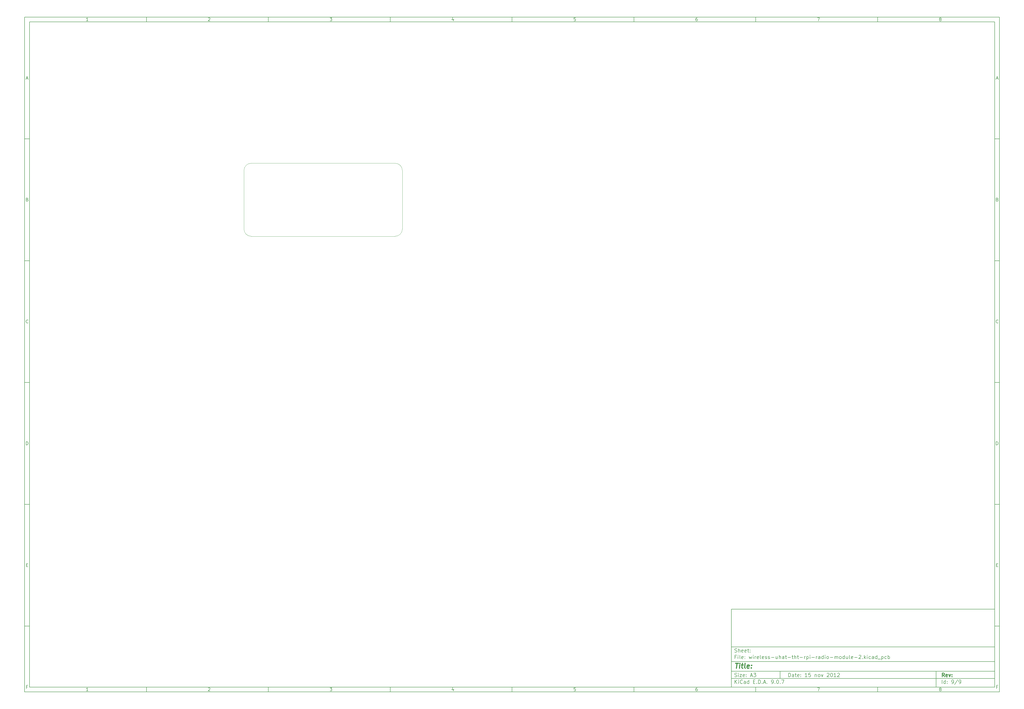
<source format=gm1>
G04 #@! TF.GenerationSoftware,KiCad,Pcbnew,9.0.7*
G04 #@! TF.CreationDate,2026-02-19T11:55:31-06:00*
G04 #@! TF.ProjectId,wireless-uhat-tht-rpi-radio-module-2,77697265-6c65-4737-932d-756861742d74,rev?*
G04 #@! TF.SameCoordinates,Original*
G04 #@! TF.FileFunction,Profile,NP*
%FSLAX46Y46*%
G04 Gerber Fmt 4.6, Leading zero omitted, Abs format (unit mm)*
G04 Created by KiCad (PCBNEW 9.0.7) date 2026-02-19 11:55:31*
%MOMM*%
%LPD*%
G01*
G04 APERTURE LIST*
%ADD10C,0.100000*%
%ADD11C,0.150000*%
%ADD12C,0.300000*%
%ADD13C,0.400000*%
G04 #@! TA.AperFunction,Profile*
%ADD14C,0.100000*%
G04 #@! TD*
G04 APERTURE END LIST*
D10*
D11*
X299989000Y-253002200D02*
X407989000Y-253002200D01*
X407989000Y-285002200D01*
X299989000Y-285002200D01*
X299989000Y-253002200D01*
D10*
D11*
X10000000Y-10000000D02*
X409989000Y-10000000D01*
X409989000Y-287002200D01*
X10000000Y-287002200D01*
X10000000Y-10000000D01*
D10*
D11*
X12000000Y-12000000D02*
X407989000Y-12000000D01*
X407989000Y-285002200D01*
X12000000Y-285002200D01*
X12000000Y-12000000D01*
D10*
D11*
X60000000Y-12000000D02*
X60000000Y-10000000D01*
D10*
D11*
X110000000Y-12000000D02*
X110000000Y-10000000D01*
D10*
D11*
X160000000Y-12000000D02*
X160000000Y-10000000D01*
D10*
D11*
X210000000Y-12000000D02*
X210000000Y-10000000D01*
D10*
D11*
X260000000Y-12000000D02*
X260000000Y-10000000D01*
D10*
D11*
X310000000Y-12000000D02*
X310000000Y-10000000D01*
D10*
D11*
X360000000Y-12000000D02*
X360000000Y-10000000D01*
D10*
D11*
X36089160Y-11593604D02*
X35346303Y-11593604D01*
X35717731Y-11593604D02*
X35717731Y-10293604D01*
X35717731Y-10293604D02*
X35593922Y-10479319D01*
X35593922Y-10479319D02*
X35470112Y-10603128D01*
X35470112Y-10603128D02*
X35346303Y-10665033D01*
D10*
D11*
X85346303Y-10417414D02*
X85408207Y-10355509D01*
X85408207Y-10355509D02*
X85532017Y-10293604D01*
X85532017Y-10293604D02*
X85841541Y-10293604D01*
X85841541Y-10293604D02*
X85965350Y-10355509D01*
X85965350Y-10355509D02*
X86027255Y-10417414D01*
X86027255Y-10417414D02*
X86089160Y-10541223D01*
X86089160Y-10541223D02*
X86089160Y-10665033D01*
X86089160Y-10665033D02*
X86027255Y-10850747D01*
X86027255Y-10850747D02*
X85284398Y-11593604D01*
X85284398Y-11593604D02*
X86089160Y-11593604D01*
D10*
D11*
X135284398Y-10293604D02*
X136089160Y-10293604D01*
X136089160Y-10293604D02*
X135655826Y-10788842D01*
X135655826Y-10788842D02*
X135841541Y-10788842D01*
X135841541Y-10788842D02*
X135965350Y-10850747D01*
X135965350Y-10850747D02*
X136027255Y-10912652D01*
X136027255Y-10912652D02*
X136089160Y-11036461D01*
X136089160Y-11036461D02*
X136089160Y-11345985D01*
X136089160Y-11345985D02*
X136027255Y-11469795D01*
X136027255Y-11469795D02*
X135965350Y-11531700D01*
X135965350Y-11531700D02*
X135841541Y-11593604D01*
X135841541Y-11593604D02*
X135470112Y-11593604D01*
X135470112Y-11593604D02*
X135346303Y-11531700D01*
X135346303Y-11531700D02*
X135284398Y-11469795D01*
D10*
D11*
X185965350Y-10726938D02*
X185965350Y-11593604D01*
X185655826Y-10231700D02*
X185346303Y-11160271D01*
X185346303Y-11160271D02*
X186151064Y-11160271D01*
D10*
D11*
X236027255Y-10293604D02*
X235408207Y-10293604D01*
X235408207Y-10293604D02*
X235346303Y-10912652D01*
X235346303Y-10912652D02*
X235408207Y-10850747D01*
X235408207Y-10850747D02*
X235532017Y-10788842D01*
X235532017Y-10788842D02*
X235841541Y-10788842D01*
X235841541Y-10788842D02*
X235965350Y-10850747D01*
X235965350Y-10850747D02*
X236027255Y-10912652D01*
X236027255Y-10912652D02*
X236089160Y-11036461D01*
X236089160Y-11036461D02*
X236089160Y-11345985D01*
X236089160Y-11345985D02*
X236027255Y-11469795D01*
X236027255Y-11469795D02*
X235965350Y-11531700D01*
X235965350Y-11531700D02*
X235841541Y-11593604D01*
X235841541Y-11593604D02*
X235532017Y-11593604D01*
X235532017Y-11593604D02*
X235408207Y-11531700D01*
X235408207Y-11531700D02*
X235346303Y-11469795D01*
D10*
D11*
X285965350Y-10293604D02*
X285717731Y-10293604D01*
X285717731Y-10293604D02*
X285593922Y-10355509D01*
X285593922Y-10355509D02*
X285532017Y-10417414D01*
X285532017Y-10417414D02*
X285408207Y-10603128D01*
X285408207Y-10603128D02*
X285346303Y-10850747D01*
X285346303Y-10850747D02*
X285346303Y-11345985D01*
X285346303Y-11345985D02*
X285408207Y-11469795D01*
X285408207Y-11469795D02*
X285470112Y-11531700D01*
X285470112Y-11531700D02*
X285593922Y-11593604D01*
X285593922Y-11593604D02*
X285841541Y-11593604D01*
X285841541Y-11593604D02*
X285965350Y-11531700D01*
X285965350Y-11531700D02*
X286027255Y-11469795D01*
X286027255Y-11469795D02*
X286089160Y-11345985D01*
X286089160Y-11345985D02*
X286089160Y-11036461D01*
X286089160Y-11036461D02*
X286027255Y-10912652D01*
X286027255Y-10912652D02*
X285965350Y-10850747D01*
X285965350Y-10850747D02*
X285841541Y-10788842D01*
X285841541Y-10788842D02*
X285593922Y-10788842D01*
X285593922Y-10788842D02*
X285470112Y-10850747D01*
X285470112Y-10850747D02*
X285408207Y-10912652D01*
X285408207Y-10912652D02*
X285346303Y-11036461D01*
D10*
D11*
X335284398Y-10293604D02*
X336151064Y-10293604D01*
X336151064Y-10293604D02*
X335593922Y-11593604D01*
D10*
D11*
X385593922Y-10850747D02*
X385470112Y-10788842D01*
X385470112Y-10788842D02*
X385408207Y-10726938D01*
X385408207Y-10726938D02*
X385346303Y-10603128D01*
X385346303Y-10603128D02*
X385346303Y-10541223D01*
X385346303Y-10541223D02*
X385408207Y-10417414D01*
X385408207Y-10417414D02*
X385470112Y-10355509D01*
X385470112Y-10355509D02*
X385593922Y-10293604D01*
X385593922Y-10293604D02*
X385841541Y-10293604D01*
X385841541Y-10293604D02*
X385965350Y-10355509D01*
X385965350Y-10355509D02*
X386027255Y-10417414D01*
X386027255Y-10417414D02*
X386089160Y-10541223D01*
X386089160Y-10541223D02*
X386089160Y-10603128D01*
X386089160Y-10603128D02*
X386027255Y-10726938D01*
X386027255Y-10726938D02*
X385965350Y-10788842D01*
X385965350Y-10788842D02*
X385841541Y-10850747D01*
X385841541Y-10850747D02*
X385593922Y-10850747D01*
X385593922Y-10850747D02*
X385470112Y-10912652D01*
X385470112Y-10912652D02*
X385408207Y-10974557D01*
X385408207Y-10974557D02*
X385346303Y-11098366D01*
X385346303Y-11098366D02*
X385346303Y-11345985D01*
X385346303Y-11345985D02*
X385408207Y-11469795D01*
X385408207Y-11469795D02*
X385470112Y-11531700D01*
X385470112Y-11531700D02*
X385593922Y-11593604D01*
X385593922Y-11593604D02*
X385841541Y-11593604D01*
X385841541Y-11593604D02*
X385965350Y-11531700D01*
X385965350Y-11531700D02*
X386027255Y-11469795D01*
X386027255Y-11469795D02*
X386089160Y-11345985D01*
X386089160Y-11345985D02*
X386089160Y-11098366D01*
X386089160Y-11098366D02*
X386027255Y-10974557D01*
X386027255Y-10974557D02*
X385965350Y-10912652D01*
X385965350Y-10912652D02*
X385841541Y-10850747D01*
D10*
D11*
X60000000Y-285002200D02*
X60000000Y-287002200D01*
D10*
D11*
X110000000Y-285002200D02*
X110000000Y-287002200D01*
D10*
D11*
X160000000Y-285002200D02*
X160000000Y-287002200D01*
D10*
D11*
X210000000Y-285002200D02*
X210000000Y-287002200D01*
D10*
D11*
X260000000Y-285002200D02*
X260000000Y-287002200D01*
D10*
D11*
X310000000Y-285002200D02*
X310000000Y-287002200D01*
D10*
D11*
X360000000Y-285002200D02*
X360000000Y-287002200D01*
D10*
D11*
X36089160Y-286595804D02*
X35346303Y-286595804D01*
X35717731Y-286595804D02*
X35717731Y-285295804D01*
X35717731Y-285295804D02*
X35593922Y-285481519D01*
X35593922Y-285481519D02*
X35470112Y-285605328D01*
X35470112Y-285605328D02*
X35346303Y-285667233D01*
D10*
D11*
X85346303Y-285419614D02*
X85408207Y-285357709D01*
X85408207Y-285357709D02*
X85532017Y-285295804D01*
X85532017Y-285295804D02*
X85841541Y-285295804D01*
X85841541Y-285295804D02*
X85965350Y-285357709D01*
X85965350Y-285357709D02*
X86027255Y-285419614D01*
X86027255Y-285419614D02*
X86089160Y-285543423D01*
X86089160Y-285543423D02*
X86089160Y-285667233D01*
X86089160Y-285667233D02*
X86027255Y-285852947D01*
X86027255Y-285852947D02*
X85284398Y-286595804D01*
X85284398Y-286595804D02*
X86089160Y-286595804D01*
D10*
D11*
X135284398Y-285295804D02*
X136089160Y-285295804D01*
X136089160Y-285295804D02*
X135655826Y-285791042D01*
X135655826Y-285791042D02*
X135841541Y-285791042D01*
X135841541Y-285791042D02*
X135965350Y-285852947D01*
X135965350Y-285852947D02*
X136027255Y-285914852D01*
X136027255Y-285914852D02*
X136089160Y-286038661D01*
X136089160Y-286038661D02*
X136089160Y-286348185D01*
X136089160Y-286348185D02*
X136027255Y-286471995D01*
X136027255Y-286471995D02*
X135965350Y-286533900D01*
X135965350Y-286533900D02*
X135841541Y-286595804D01*
X135841541Y-286595804D02*
X135470112Y-286595804D01*
X135470112Y-286595804D02*
X135346303Y-286533900D01*
X135346303Y-286533900D02*
X135284398Y-286471995D01*
D10*
D11*
X185965350Y-285729138D02*
X185965350Y-286595804D01*
X185655826Y-285233900D02*
X185346303Y-286162471D01*
X185346303Y-286162471D02*
X186151064Y-286162471D01*
D10*
D11*
X236027255Y-285295804D02*
X235408207Y-285295804D01*
X235408207Y-285295804D02*
X235346303Y-285914852D01*
X235346303Y-285914852D02*
X235408207Y-285852947D01*
X235408207Y-285852947D02*
X235532017Y-285791042D01*
X235532017Y-285791042D02*
X235841541Y-285791042D01*
X235841541Y-285791042D02*
X235965350Y-285852947D01*
X235965350Y-285852947D02*
X236027255Y-285914852D01*
X236027255Y-285914852D02*
X236089160Y-286038661D01*
X236089160Y-286038661D02*
X236089160Y-286348185D01*
X236089160Y-286348185D02*
X236027255Y-286471995D01*
X236027255Y-286471995D02*
X235965350Y-286533900D01*
X235965350Y-286533900D02*
X235841541Y-286595804D01*
X235841541Y-286595804D02*
X235532017Y-286595804D01*
X235532017Y-286595804D02*
X235408207Y-286533900D01*
X235408207Y-286533900D02*
X235346303Y-286471995D01*
D10*
D11*
X285965350Y-285295804D02*
X285717731Y-285295804D01*
X285717731Y-285295804D02*
X285593922Y-285357709D01*
X285593922Y-285357709D02*
X285532017Y-285419614D01*
X285532017Y-285419614D02*
X285408207Y-285605328D01*
X285408207Y-285605328D02*
X285346303Y-285852947D01*
X285346303Y-285852947D02*
X285346303Y-286348185D01*
X285346303Y-286348185D02*
X285408207Y-286471995D01*
X285408207Y-286471995D02*
X285470112Y-286533900D01*
X285470112Y-286533900D02*
X285593922Y-286595804D01*
X285593922Y-286595804D02*
X285841541Y-286595804D01*
X285841541Y-286595804D02*
X285965350Y-286533900D01*
X285965350Y-286533900D02*
X286027255Y-286471995D01*
X286027255Y-286471995D02*
X286089160Y-286348185D01*
X286089160Y-286348185D02*
X286089160Y-286038661D01*
X286089160Y-286038661D02*
X286027255Y-285914852D01*
X286027255Y-285914852D02*
X285965350Y-285852947D01*
X285965350Y-285852947D02*
X285841541Y-285791042D01*
X285841541Y-285791042D02*
X285593922Y-285791042D01*
X285593922Y-285791042D02*
X285470112Y-285852947D01*
X285470112Y-285852947D02*
X285408207Y-285914852D01*
X285408207Y-285914852D02*
X285346303Y-286038661D01*
D10*
D11*
X335284398Y-285295804D02*
X336151064Y-285295804D01*
X336151064Y-285295804D02*
X335593922Y-286595804D01*
D10*
D11*
X385593922Y-285852947D02*
X385470112Y-285791042D01*
X385470112Y-285791042D02*
X385408207Y-285729138D01*
X385408207Y-285729138D02*
X385346303Y-285605328D01*
X385346303Y-285605328D02*
X385346303Y-285543423D01*
X385346303Y-285543423D02*
X385408207Y-285419614D01*
X385408207Y-285419614D02*
X385470112Y-285357709D01*
X385470112Y-285357709D02*
X385593922Y-285295804D01*
X385593922Y-285295804D02*
X385841541Y-285295804D01*
X385841541Y-285295804D02*
X385965350Y-285357709D01*
X385965350Y-285357709D02*
X386027255Y-285419614D01*
X386027255Y-285419614D02*
X386089160Y-285543423D01*
X386089160Y-285543423D02*
X386089160Y-285605328D01*
X386089160Y-285605328D02*
X386027255Y-285729138D01*
X386027255Y-285729138D02*
X385965350Y-285791042D01*
X385965350Y-285791042D02*
X385841541Y-285852947D01*
X385841541Y-285852947D02*
X385593922Y-285852947D01*
X385593922Y-285852947D02*
X385470112Y-285914852D01*
X385470112Y-285914852D02*
X385408207Y-285976757D01*
X385408207Y-285976757D02*
X385346303Y-286100566D01*
X385346303Y-286100566D02*
X385346303Y-286348185D01*
X385346303Y-286348185D02*
X385408207Y-286471995D01*
X385408207Y-286471995D02*
X385470112Y-286533900D01*
X385470112Y-286533900D02*
X385593922Y-286595804D01*
X385593922Y-286595804D02*
X385841541Y-286595804D01*
X385841541Y-286595804D02*
X385965350Y-286533900D01*
X385965350Y-286533900D02*
X386027255Y-286471995D01*
X386027255Y-286471995D02*
X386089160Y-286348185D01*
X386089160Y-286348185D02*
X386089160Y-286100566D01*
X386089160Y-286100566D02*
X386027255Y-285976757D01*
X386027255Y-285976757D02*
X385965350Y-285914852D01*
X385965350Y-285914852D02*
X385841541Y-285852947D01*
D10*
D11*
X10000000Y-60000000D02*
X12000000Y-60000000D01*
D10*
D11*
X10000000Y-110000000D02*
X12000000Y-110000000D01*
D10*
D11*
X10000000Y-160000000D02*
X12000000Y-160000000D01*
D10*
D11*
X10000000Y-210000000D02*
X12000000Y-210000000D01*
D10*
D11*
X10000000Y-260000000D02*
X12000000Y-260000000D01*
D10*
D11*
X10690476Y-35222176D02*
X11309523Y-35222176D01*
X10566666Y-35593604D02*
X10999999Y-34293604D01*
X10999999Y-34293604D02*
X11433333Y-35593604D01*
D10*
D11*
X11092857Y-84912652D02*
X11278571Y-84974557D01*
X11278571Y-84974557D02*
X11340476Y-85036461D01*
X11340476Y-85036461D02*
X11402380Y-85160271D01*
X11402380Y-85160271D02*
X11402380Y-85345985D01*
X11402380Y-85345985D02*
X11340476Y-85469795D01*
X11340476Y-85469795D02*
X11278571Y-85531700D01*
X11278571Y-85531700D02*
X11154761Y-85593604D01*
X11154761Y-85593604D02*
X10659523Y-85593604D01*
X10659523Y-85593604D02*
X10659523Y-84293604D01*
X10659523Y-84293604D02*
X11092857Y-84293604D01*
X11092857Y-84293604D02*
X11216666Y-84355509D01*
X11216666Y-84355509D02*
X11278571Y-84417414D01*
X11278571Y-84417414D02*
X11340476Y-84541223D01*
X11340476Y-84541223D02*
X11340476Y-84665033D01*
X11340476Y-84665033D02*
X11278571Y-84788842D01*
X11278571Y-84788842D02*
X11216666Y-84850747D01*
X11216666Y-84850747D02*
X11092857Y-84912652D01*
X11092857Y-84912652D02*
X10659523Y-84912652D01*
D10*
D11*
X11402380Y-135469795D02*
X11340476Y-135531700D01*
X11340476Y-135531700D02*
X11154761Y-135593604D01*
X11154761Y-135593604D02*
X11030952Y-135593604D01*
X11030952Y-135593604D02*
X10845238Y-135531700D01*
X10845238Y-135531700D02*
X10721428Y-135407890D01*
X10721428Y-135407890D02*
X10659523Y-135284080D01*
X10659523Y-135284080D02*
X10597619Y-135036461D01*
X10597619Y-135036461D02*
X10597619Y-134850747D01*
X10597619Y-134850747D02*
X10659523Y-134603128D01*
X10659523Y-134603128D02*
X10721428Y-134479319D01*
X10721428Y-134479319D02*
X10845238Y-134355509D01*
X10845238Y-134355509D02*
X11030952Y-134293604D01*
X11030952Y-134293604D02*
X11154761Y-134293604D01*
X11154761Y-134293604D02*
X11340476Y-134355509D01*
X11340476Y-134355509D02*
X11402380Y-134417414D01*
D10*
D11*
X10659523Y-185593604D02*
X10659523Y-184293604D01*
X10659523Y-184293604D02*
X10969047Y-184293604D01*
X10969047Y-184293604D02*
X11154761Y-184355509D01*
X11154761Y-184355509D02*
X11278571Y-184479319D01*
X11278571Y-184479319D02*
X11340476Y-184603128D01*
X11340476Y-184603128D02*
X11402380Y-184850747D01*
X11402380Y-184850747D02*
X11402380Y-185036461D01*
X11402380Y-185036461D02*
X11340476Y-185284080D01*
X11340476Y-185284080D02*
X11278571Y-185407890D01*
X11278571Y-185407890D02*
X11154761Y-185531700D01*
X11154761Y-185531700D02*
X10969047Y-185593604D01*
X10969047Y-185593604D02*
X10659523Y-185593604D01*
D10*
D11*
X10721428Y-234912652D02*
X11154762Y-234912652D01*
X11340476Y-235593604D02*
X10721428Y-235593604D01*
X10721428Y-235593604D02*
X10721428Y-234293604D01*
X10721428Y-234293604D02*
X11340476Y-234293604D01*
D10*
D11*
X11185714Y-284912652D02*
X10752380Y-284912652D01*
X10752380Y-285593604D02*
X10752380Y-284293604D01*
X10752380Y-284293604D02*
X11371428Y-284293604D01*
D10*
D11*
X409989000Y-60000000D02*
X407989000Y-60000000D01*
D10*
D11*
X409989000Y-110000000D02*
X407989000Y-110000000D01*
D10*
D11*
X409989000Y-160000000D02*
X407989000Y-160000000D01*
D10*
D11*
X409989000Y-210000000D02*
X407989000Y-210000000D01*
D10*
D11*
X409989000Y-260000000D02*
X407989000Y-260000000D01*
D10*
D11*
X408679476Y-35222176D02*
X409298523Y-35222176D01*
X408555666Y-35593604D02*
X408988999Y-34293604D01*
X408988999Y-34293604D02*
X409422333Y-35593604D01*
D10*
D11*
X409081857Y-84912652D02*
X409267571Y-84974557D01*
X409267571Y-84974557D02*
X409329476Y-85036461D01*
X409329476Y-85036461D02*
X409391380Y-85160271D01*
X409391380Y-85160271D02*
X409391380Y-85345985D01*
X409391380Y-85345985D02*
X409329476Y-85469795D01*
X409329476Y-85469795D02*
X409267571Y-85531700D01*
X409267571Y-85531700D02*
X409143761Y-85593604D01*
X409143761Y-85593604D02*
X408648523Y-85593604D01*
X408648523Y-85593604D02*
X408648523Y-84293604D01*
X408648523Y-84293604D02*
X409081857Y-84293604D01*
X409081857Y-84293604D02*
X409205666Y-84355509D01*
X409205666Y-84355509D02*
X409267571Y-84417414D01*
X409267571Y-84417414D02*
X409329476Y-84541223D01*
X409329476Y-84541223D02*
X409329476Y-84665033D01*
X409329476Y-84665033D02*
X409267571Y-84788842D01*
X409267571Y-84788842D02*
X409205666Y-84850747D01*
X409205666Y-84850747D02*
X409081857Y-84912652D01*
X409081857Y-84912652D02*
X408648523Y-84912652D01*
D10*
D11*
X409391380Y-135469795D02*
X409329476Y-135531700D01*
X409329476Y-135531700D02*
X409143761Y-135593604D01*
X409143761Y-135593604D02*
X409019952Y-135593604D01*
X409019952Y-135593604D02*
X408834238Y-135531700D01*
X408834238Y-135531700D02*
X408710428Y-135407890D01*
X408710428Y-135407890D02*
X408648523Y-135284080D01*
X408648523Y-135284080D02*
X408586619Y-135036461D01*
X408586619Y-135036461D02*
X408586619Y-134850747D01*
X408586619Y-134850747D02*
X408648523Y-134603128D01*
X408648523Y-134603128D02*
X408710428Y-134479319D01*
X408710428Y-134479319D02*
X408834238Y-134355509D01*
X408834238Y-134355509D02*
X409019952Y-134293604D01*
X409019952Y-134293604D02*
X409143761Y-134293604D01*
X409143761Y-134293604D02*
X409329476Y-134355509D01*
X409329476Y-134355509D02*
X409391380Y-134417414D01*
D10*
D11*
X408648523Y-185593604D02*
X408648523Y-184293604D01*
X408648523Y-184293604D02*
X408958047Y-184293604D01*
X408958047Y-184293604D02*
X409143761Y-184355509D01*
X409143761Y-184355509D02*
X409267571Y-184479319D01*
X409267571Y-184479319D02*
X409329476Y-184603128D01*
X409329476Y-184603128D02*
X409391380Y-184850747D01*
X409391380Y-184850747D02*
X409391380Y-185036461D01*
X409391380Y-185036461D02*
X409329476Y-185284080D01*
X409329476Y-185284080D02*
X409267571Y-185407890D01*
X409267571Y-185407890D02*
X409143761Y-185531700D01*
X409143761Y-185531700D02*
X408958047Y-185593604D01*
X408958047Y-185593604D02*
X408648523Y-185593604D01*
D10*
D11*
X408710428Y-234912652D02*
X409143762Y-234912652D01*
X409329476Y-235593604D02*
X408710428Y-235593604D01*
X408710428Y-235593604D02*
X408710428Y-234293604D01*
X408710428Y-234293604D02*
X409329476Y-234293604D01*
D10*
D11*
X409174714Y-284912652D02*
X408741380Y-284912652D01*
X408741380Y-285593604D02*
X408741380Y-284293604D01*
X408741380Y-284293604D02*
X409360428Y-284293604D01*
D10*
D11*
X323444826Y-280788328D02*
X323444826Y-279288328D01*
X323444826Y-279288328D02*
X323801969Y-279288328D01*
X323801969Y-279288328D02*
X324016255Y-279359757D01*
X324016255Y-279359757D02*
X324159112Y-279502614D01*
X324159112Y-279502614D02*
X324230541Y-279645471D01*
X324230541Y-279645471D02*
X324301969Y-279931185D01*
X324301969Y-279931185D02*
X324301969Y-280145471D01*
X324301969Y-280145471D02*
X324230541Y-280431185D01*
X324230541Y-280431185D02*
X324159112Y-280574042D01*
X324159112Y-280574042D02*
X324016255Y-280716900D01*
X324016255Y-280716900D02*
X323801969Y-280788328D01*
X323801969Y-280788328D02*
X323444826Y-280788328D01*
X325587684Y-280788328D02*
X325587684Y-280002614D01*
X325587684Y-280002614D02*
X325516255Y-279859757D01*
X325516255Y-279859757D02*
X325373398Y-279788328D01*
X325373398Y-279788328D02*
X325087684Y-279788328D01*
X325087684Y-279788328D02*
X324944826Y-279859757D01*
X325587684Y-280716900D02*
X325444826Y-280788328D01*
X325444826Y-280788328D02*
X325087684Y-280788328D01*
X325087684Y-280788328D02*
X324944826Y-280716900D01*
X324944826Y-280716900D02*
X324873398Y-280574042D01*
X324873398Y-280574042D02*
X324873398Y-280431185D01*
X324873398Y-280431185D02*
X324944826Y-280288328D01*
X324944826Y-280288328D02*
X325087684Y-280216900D01*
X325087684Y-280216900D02*
X325444826Y-280216900D01*
X325444826Y-280216900D02*
X325587684Y-280145471D01*
X326087684Y-279788328D02*
X326659112Y-279788328D01*
X326301969Y-279288328D02*
X326301969Y-280574042D01*
X326301969Y-280574042D02*
X326373398Y-280716900D01*
X326373398Y-280716900D02*
X326516255Y-280788328D01*
X326516255Y-280788328D02*
X326659112Y-280788328D01*
X327730541Y-280716900D02*
X327587684Y-280788328D01*
X327587684Y-280788328D02*
X327301970Y-280788328D01*
X327301970Y-280788328D02*
X327159112Y-280716900D01*
X327159112Y-280716900D02*
X327087684Y-280574042D01*
X327087684Y-280574042D02*
X327087684Y-280002614D01*
X327087684Y-280002614D02*
X327159112Y-279859757D01*
X327159112Y-279859757D02*
X327301970Y-279788328D01*
X327301970Y-279788328D02*
X327587684Y-279788328D01*
X327587684Y-279788328D02*
X327730541Y-279859757D01*
X327730541Y-279859757D02*
X327801970Y-280002614D01*
X327801970Y-280002614D02*
X327801970Y-280145471D01*
X327801970Y-280145471D02*
X327087684Y-280288328D01*
X328444826Y-280645471D02*
X328516255Y-280716900D01*
X328516255Y-280716900D02*
X328444826Y-280788328D01*
X328444826Y-280788328D02*
X328373398Y-280716900D01*
X328373398Y-280716900D02*
X328444826Y-280645471D01*
X328444826Y-280645471D02*
X328444826Y-280788328D01*
X328444826Y-279859757D02*
X328516255Y-279931185D01*
X328516255Y-279931185D02*
X328444826Y-280002614D01*
X328444826Y-280002614D02*
X328373398Y-279931185D01*
X328373398Y-279931185D02*
X328444826Y-279859757D01*
X328444826Y-279859757D02*
X328444826Y-280002614D01*
X331087684Y-280788328D02*
X330230541Y-280788328D01*
X330659112Y-280788328D02*
X330659112Y-279288328D01*
X330659112Y-279288328D02*
X330516255Y-279502614D01*
X330516255Y-279502614D02*
X330373398Y-279645471D01*
X330373398Y-279645471D02*
X330230541Y-279716900D01*
X332444826Y-279288328D02*
X331730540Y-279288328D01*
X331730540Y-279288328D02*
X331659112Y-280002614D01*
X331659112Y-280002614D02*
X331730540Y-279931185D01*
X331730540Y-279931185D02*
X331873398Y-279859757D01*
X331873398Y-279859757D02*
X332230540Y-279859757D01*
X332230540Y-279859757D02*
X332373398Y-279931185D01*
X332373398Y-279931185D02*
X332444826Y-280002614D01*
X332444826Y-280002614D02*
X332516255Y-280145471D01*
X332516255Y-280145471D02*
X332516255Y-280502614D01*
X332516255Y-280502614D02*
X332444826Y-280645471D01*
X332444826Y-280645471D02*
X332373398Y-280716900D01*
X332373398Y-280716900D02*
X332230540Y-280788328D01*
X332230540Y-280788328D02*
X331873398Y-280788328D01*
X331873398Y-280788328D02*
X331730540Y-280716900D01*
X331730540Y-280716900D02*
X331659112Y-280645471D01*
X334301968Y-279788328D02*
X334301968Y-280788328D01*
X334301968Y-279931185D02*
X334373397Y-279859757D01*
X334373397Y-279859757D02*
X334516254Y-279788328D01*
X334516254Y-279788328D02*
X334730540Y-279788328D01*
X334730540Y-279788328D02*
X334873397Y-279859757D01*
X334873397Y-279859757D02*
X334944826Y-280002614D01*
X334944826Y-280002614D02*
X334944826Y-280788328D01*
X335873397Y-280788328D02*
X335730540Y-280716900D01*
X335730540Y-280716900D02*
X335659111Y-280645471D01*
X335659111Y-280645471D02*
X335587683Y-280502614D01*
X335587683Y-280502614D02*
X335587683Y-280074042D01*
X335587683Y-280074042D02*
X335659111Y-279931185D01*
X335659111Y-279931185D02*
X335730540Y-279859757D01*
X335730540Y-279859757D02*
X335873397Y-279788328D01*
X335873397Y-279788328D02*
X336087683Y-279788328D01*
X336087683Y-279788328D02*
X336230540Y-279859757D01*
X336230540Y-279859757D02*
X336301969Y-279931185D01*
X336301969Y-279931185D02*
X336373397Y-280074042D01*
X336373397Y-280074042D02*
X336373397Y-280502614D01*
X336373397Y-280502614D02*
X336301969Y-280645471D01*
X336301969Y-280645471D02*
X336230540Y-280716900D01*
X336230540Y-280716900D02*
X336087683Y-280788328D01*
X336087683Y-280788328D02*
X335873397Y-280788328D01*
X336873397Y-279788328D02*
X337230540Y-280788328D01*
X337230540Y-280788328D02*
X337587683Y-279788328D01*
X339230540Y-279431185D02*
X339301968Y-279359757D01*
X339301968Y-279359757D02*
X339444826Y-279288328D01*
X339444826Y-279288328D02*
X339801968Y-279288328D01*
X339801968Y-279288328D02*
X339944826Y-279359757D01*
X339944826Y-279359757D02*
X340016254Y-279431185D01*
X340016254Y-279431185D02*
X340087683Y-279574042D01*
X340087683Y-279574042D02*
X340087683Y-279716900D01*
X340087683Y-279716900D02*
X340016254Y-279931185D01*
X340016254Y-279931185D02*
X339159111Y-280788328D01*
X339159111Y-280788328D02*
X340087683Y-280788328D01*
X341016254Y-279288328D02*
X341159111Y-279288328D01*
X341159111Y-279288328D02*
X341301968Y-279359757D01*
X341301968Y-279359757D02*
X341373397Y-279431185D01*
X341373397Y-279431185D02*
X341444825Y-279574042D01*
X341444825Y-279574042D02*
X341516254Y-279859757D01*
X341516254Y-279859757D02*
X341516254Y-280216900D01*
X341516254Y-280216900D02*
X341444825Y-280502614D01*
X341444825Y-280502614D02*
X341373397Y-280645471D01*
X341373397Y-280645471D02*
X341301968Y-280716900D01*
X341301968Y-280716900D02*
X341159111Y-280788328D01*
X341159111Y-280788328D02*
X341016254Y-280788328D01*
X341016254Y-280788328D02*
X340873397Y-280716900D01*
X340873397Y-280716900D02*
X340801968Y-280645471D01*
X340801968Y-280645471D02*
X340730539Y-280502614D01*
X340730539Y-280502614D02*
X340659111Y-280216900D01*
X340659111Y-280216900D02*
X340659111Y-279859757D01*
X340659111Y-279859757D02*
X340730539Y-279574042D01*
X340730539Y-279574042D02*
X340801968Y-279431185D01*
X340801968Y-279431185D02*
X340873397Y-279359757D01*
X340873397Y-279359757D02*
X341016254Y-279288328D01*
X342944825Y-280788328D02*
X342087682Y-280788328D01*
X342516253Y-280788328D02*
X342516253Y-279288328D01*
X342516253Y-279288328D02*
X342373396Y-279502614D01*
X342373396Y-279502614D02*
X342230539Y-279645471D01*
X342230539Y-279645471D02*
X342087682Y-279716900D01*
X343516253Y-279431185D02*
X343587681Y-279359757D01*
X343587681Y-279359757D02*
X343730539Y-279288328D01*
X343730539Y-279288328D02*
X344087681Y-279288328D01*
X344087681Y-279288328D02*
X344230539Y-279359757D01*
X344230539Y-279359757D02*
X344301967Y-279431185D01*
X344301967Y-279431185D02*
X344373396Y-279574042D01*
X344373396Y-279574042D02*
X344373396Y-279716900D01*
X344373396Y-279716900D02*
X344301967Y-279931185D01*
X344301967Y-279931185D02*
X343444824Y-280788328D01*
X343444824Y-280788328D02*
X344373396Y-280788328D01*
D10*
D11*
X299989000Y-281502200D02*
X407989000Y-281502200D01*
D10*
D11*
X301444826Y-283588328D02*
X301444826Y-282088328D01*
X302301969Y-283588328D02*
X301659112Y-282731185D01*
X302301969Y-282088328D02*
X301444826Y-282945471D01*
X302944826Y-283588328D02*
X302944826Y-282588328D01*
X302944826Y-282088328D02*
X302873398Y-282159757D01*
X302873398Y-282159757D02*
X302944826Y-282231185D01*
X302944826Y-282231185D02*
X303016255Y-282159757D01*
X303016255Y-282159757D02*
X302944826Y-282088328D01*
X302944826Y-282088328D02*
X302944826Y-282231185D01*
X304516255Y-283445471D02*
X304444827Y-283516900D01*
X304444827Y-283516900D02*
X304230541Y-283588328D01*
X304230541Y-283588328D02*
X304087684Y-283588328D01*
X304087684Y-283588328D02*
X303873398Y-283516900D01*
X303873398Y-283516900D02*
X303730541Y-283374042D01*
X303730541Y-283374042D02*
X303659112Y-283231185D01*
X303659112Y-283231185D02*
X303587684Y-282945471D01*
X303587684Y-282945471D02*
X303587684Y-282731185D01*
X303587684Y-282731185D02*
X303659112Y-282445471D01*
X303659112Y-282445471D02*
X303730541Y-282302614D01*
X303730541Y-282302614D02*
X303873398Y-282159757D01*
X303873398Y-282159757D02*
X304087684Y-282088328D01*
X304087684Y-282088328D02*
X304230541Y-282088328D01*
X304230541Y-282088328D02*
X304444827Y-282159757D01*
X304444827Y-282159757D02*
X304516255Y-282231185D01*
X305801970Y-283588328D02*
X305801970Y-282802614D01*
X305801970Y-282802614D02*
X305730541Y-282659757D01*
X305730541Y-282659757D02*
X305587684Y-282588328D01*
X305587684Y-282588328D02*
X305301970Y-282588328D01*
X305301970Y-282588328D02*
X305159112Y-282659757D01*
X305801970Y-283516900D02*
X305659112Y-283588328D01*
X305659112Y-283588328D02*
X305301970Y-283588328D01*
X305301970Y-283588328D02*
X305159112Y-283516900D01*
X305159112Y-283516900D02*
X305087684Y-283374042D01*
X305087684Y-283374042D02*
X305087684Y-283231185D01*
X305087684Y-283231185D02*
X305159112Y-283088328D01*
X305159112Y-283088328D02*
X305301970Y-283016900D01*
X305301970Y-283016900D02*
X305659112Y-283016900D01*
X305659112Y-283016900D02*
X305801970Y-282945471D01*
X307159113Y-283588328D02*
X307159113Y-282088328D01*
X307159113Y-283516900D02*
X307016255Y-283588328D01*
X307016255Y-283588328D02*
X306730541Y-283588328D01*
X306730541Y-283588328D02*
X306587684Y-283516900D01*
X306587684Y-283516900D02*
X306516255Y-283445471D01*
X306516255Y-283445471D02*
X306444827Y-283302614D01*
X306444827Y-283302614D02*
X306444827Y-282874042D01*
X306444827Y-282874042D02*
X306516255Y-282731185D01*
X306516255Y-282731185D02*
X306587684Y-282659757D01*
X306587684Y-282659757D02*
X306730541Y-282588328D01*
X306730541Y-282588328D02*
X307016255Y-282588328D01*
X307016255Y-282588328D02*
X307159113Y-282659757D01*
X309016255Y-282802614D02*
X309516255Y-282802614D01*
X309730541Y-283588328D02*
X309016255Y-283588328D01*
X309016255Y-283588328D02*
X309016255Y-282088328D01*
X309016255Y-282088328D02*
X309730541Y-282088328D01*
X310373398Y-283445471D02*
X310444827Y-283516900D01*
X310444827Y-283516900D02*
X310373398Y-283588328D01*
X310373398Y-283588328D02*
X310301970Y-283516900D01*
X310301970Y-283516900D02*
X310373398Y-283445471D01*
X310373398Y-283445471D02*
X310373398Y-283588328D01*
X311087684Y-283588328D02*
X311087684Y-282088328D01*
X311087684Y-282088328D02*
X311444827Y-282088328D01*
X311444827Y-282088328D02*
X311659113Y-282159757D01*
X311659113Y-282159757D02*
X311801970Y-282302614D01*
X311801970Y-282302614D02*
X311873399Y-282445471D01*
X311873399Y-282445471D02*
X311944827Y-282731185D01*
X311944827Y-282731185D02*
X311944827Y-282945471D01*
X311944827Y-282945471D02*
X311873399Y-283231185D01*
X311873399Y-283231185D02*
X311801970Y-283374042D01*
X311801970Y-283374042D02*
X311659113Y-283516900D01*
X311659113Y-283516900D02*
X311444827Y-283588328D01*
X311444827Y-283588328D02*
X311087684Y-283588328D01*
X312587684Y-283445471D02*
X312659113Y-283516900D01*
X312659113Y-283516900D02*
X312587684Y-283588328D01*
X312587684Y-283588328D02*
X312516256Y-283516900D01*
X312516256Y-283516900D02*
X312587684Y-283445471D01*
X312587684Y-283445471D02*
X312587684Y-283588328D01*
X313230542Y-283159757D02*
X313944828Y-283159757D01*
X313087685Y-283588328D02*
X313587685Y-282088328D01*
X313587685Y-282088328D02*
X314087685Y-283588328D01*
X314587684Y-283445471D02*
X314659113Y-283516900D01*
X314659113Y-283516900D02*
X314587684Y-283588328D01*
X314587684Y-283588328D02*
X314516256Y-283516900D01*
X314516256Y-283516900D02*
X314587684Y-283445471D01*
X314587684Y-283445471D02*
X314587684Y-283588328D01*
X316516256Y-283588328D02*
X316801970Y-283588328D01*
X316801970Y-283588328D02*
X316944827Y-283516900D01*
X316944827Y-283516900D02*
X317016256Y-283445471D01*
X317016256Y-283445471D02*
X317159113Y-283231185D01*
X317159113Y-283231185D02*
X317230542Y-282945471D01*
X317230542Y-282945471D02*
X317230542Y-282374042D01*
X317230542Y-282374042D02*
X317159113Y-282231185D01*
X317159113Y-282231185D02*
X317087685Y-282159757D01*
X317087685Y-282159757D02*
X316944827Y-282088328D01*
X316944827Y-282088328D02*
X316659113Y-282088328D01*
X316659113Y-282088328D02*
X316516256Y-282159757D01*
X316516256Y-282159757D02*
X316444827Y-282231185D01*
X316444827Y-282231185D02*
X316373399Y-282374042D01*
X316373399Y-282374042D02*
X316373399Y-282731185D01*
X316373399Y-282731185D02*
X316444827Y-282874042D01*
X316444827Y-282874042D02*
X316516256Y-282945471D01*
X316516256Y-282945471D02*
X316659113Y-283016900D01*
X316659113Y-283016900D02*
X316944827Y-283016900D01*
X316944827Y-283016900D02*
X317087685Y-282945471D01*
X317087685Y-282945471D02*
X317159113Y-282874042D01*
X317159113Y-282874042D02*
X317230542Y-282731185D01*
X317873398Y-283445471D02*
X317944827Y-283516900D01*
X317944827Y-283516900D02*
X317873398Y-283588328D01*
X317873398Y-283588328D02*
X317801970Y-283516900D01*
X317801970Y-283516900D02*
X317873398Y-283445471D01*
X317873398Y-283445471D02*
X317873398Y-283588328D01*
X318873399Y-282088328D02*
X319016256Y-282088328D01*
X319016256Y-282088328D02*
X319159113Y-282159757D01*
X319159113Y-282159757D02*
X319230542Y-282231185D01*
X319230542Y-282231185D02*
X319301970Y-282374042D01*
X319301970Y-282374042D02*
X319373399Y-282659757D01*
X319373399Y-282659757D02*
X319373399Y-283016900D01*
X319373399Y-283016900D02*
X319301970Y-283302614D01*
X319301970Y-283302614D02*
X319230542Y-283445471D01*
X319230542Y-283445471D02*
X319159113Y-283516900D01*
X319159113Y-283516900D02*
X319016256Y-283588328D01*
X319016256Y-283588328D02*
X318873399Y-283588328D01*
X318873399Y-283588328D02*
X318730542Y-283516900D01*
X318730542Y-283516900D02*
X318659113Y-283445471D01*
X318659113Y-283445471D02*
X318587684Y-283302614D01*
X318587684Y-283302614D02*
X318516256Y-283016900D01*
X318516256Y-283016900D02*
X318516256Y-282659757D01*
X318516256Y-282659757D02*
X318587684Y-282374042D01*
X318587684Y-282374042D02*
X318659113Y-282231185D01*
X318659113Y-282231185D02*
X318730542Y-282159757D01*
X318730542Y-282159757D02*
X318873399Y-282088328D01*
X320016255Y-283445471D02*
X320087684Y-283516900D01*
X320087684Y-283516900D02*
X320016255Y-283588328D01*
X320016255Y-283588328D02*
X319944827Y-283516900D01*
X319944827Y-283516900D02*
X320016255Y-283445471D01*
X320016255Y-283445471D02*
X320016255Y-283588328D01*
X320587684Y-282088328D02*
X321587684Y-282088328D01*
X321587684Y-282088328D02*
X320944827Y-283588328D01*
D10*
D11*
X299989000Y-278502200D02*
X407989000Y-278502200D01*
D10*
D12*
X387400653Y-280780528D02*
X386900653Y-280066242D01*
X386543510Y-280780528D02*
X386543510Y-279280528D01*
X386543510Y-279280528D02*
X387114939Y-279280528D01*
X387114939Y-279280528D02*
X387257796Y-279351957D01*
X387257796Y-279351957D02*
X387329225Y-279423385D01*
X387329225Y-279423385D02*
X387400653Y-279566242D01*
X387400653Y-279566242D02*
X387400653Y-279780528D01*
X387400653Y-279780528D02*
X387329225Y-279923385D01*
X387329225Y-279923385D02*
X387257796Y-279994814D01*
X387257796Y-279994814D02*
X387114939Y-280066242D01*
X387114939Y-280066242D02*
X386543510Y-280066242D01*
X388614939Y-280709100D02*
X388472082Y-280780528D01*
X388472082Y-280780528D02*
X388186368Y-280780528D01*
X388186368Y-280780528D02*
X388043510Y-280709100D01*
X388043510Y-280709100D02*
X387972082Y-280566242D01*
X387972082Y-280566242D02*
X387972082Y-279994814D01*
X387972082Y-279994814D02*
X388043510Y-279851957D01*
X388043510Y-279851957D02*
X388186368Y-279780528D01*
X388186368Y-279780528D02*
X388472082Y-279780528D01*
X388472082Y-279780528D02*
X388614939Y-279851957D01*
X388614939Y-279851957D02*
X388686368Y-279994814D01*
X388686368Y-279994814D02*
X388686368Y-280137671D01*
X388686368Y-280137671D02*
X387972082Y-280280528D01*
X389186367Y-279780528D02*
X389543510Y-280780528D01*
X389543510Y-280780528D02*
X389900653Y-279780528D01*
X390472081Y-280637671D02*
X390543510Y-280709100D01*
X390543510Y-280709100D02*
X390472081Y-280780528D01*
X390472081Y-280780528D02*
X390400653Y-280709100D01*
X390400653Y-280709100D02*
X390472081Y-280637671D01*
X390472081Y-280637671D02*
X390472081Y-280780528D01*
X390472081Y-279851957D02*
X390543510Y-279923385D01*
X390543510Y-279923385D02*
X390472081Y-279994814D01*
X390472081Y-279994814D02*
X390400653Y-279923385D01*
X390400653Y-279923385D02*
X390472081Y-279851957D01*
X390472081Y-279851957D02*
X390472081Y-279994814D01*
D10*
D11*
X301373398Y-280716900D02*
X301587684Y-280788328D01*
X301587684Y-280788328D02*
X301944826Y-280788328D01*
X301944826Y-280788328D02*
X302087684Y-280716900D01*
X302087684Y-280716900D02*
X302159112Y-280645471D01*
X302159112Y-280645471D02*
X302230541Y-280502614D01*
X302230541Y-280502614D02*
X302230541Y-280359757D01*
X302230541Y-280359757D02*
X302159112Y-280216900D01*
X302159112Y-280216900D02*
X302087684Y-280145471D01*
X302087684Y-280145471D02*
X301944826Y-280074042D01*
X301944826Y-280074042D02*
X301659112Y-280002614D01*
X301659112Y-280002614D02*
X301516255Y-279931185D01*
X301516255Y-279931185D02*
X301444826Y-279859757D01*
X301444826Y-279859757D02*
X301373398Y-279716900D01*
X301373398Y-279716900D02*
X301373398Y-279574042D01*
X301373398Y-279574042D02*
X301444826Y-279431185D01*
X301444826Y-279431185D02*
X301516255Y-279359757D01*
X301516255Y-279359757D02*
X301659112Y-279288328D01*
X301659112Y-279288328D02*
X302016255Y-279288328D01*
X302016255Y-279288328D02*
X302230541Y-279359757D01*
X302873397Y-280788328D02*
X302873397Y-279788328D01*
X302873397Y-279288328D02*
X302801969Y-279359757D01*
X302801969Y-279359757D02*
X302873397Y-279431185D01*
X302873397Y-279431185D02*
X302944826Y-279359757D01*
X302944826Y-279359757D02*
X302873397Y-279288328D01*
X302873397Y-279288328D02*
X302873397Y-279431185D01*
X303444826Y-279788328D02*
X304230541Y-279788328D01*
X304230541Y-279788328D02*
X303444826Y-280788328D01*
X303444826Y-280788328D02*
X304230541Y-280788328D01*
X305373398Y-280716900D02*
X305230541Y-280788328D01*
X305230541Y-280788328D02*
X304944827Y-280788328D01*
X304944827Y-280788328D02*
X304801969Y-280716900D01*
X304801969Y-280716900D02*
X304730541Y-280574042D01*
X304730541Y-280574042D02*
X304730541Y-280002614D01*
X304730541Y-280002614D02*
X304801969Y-279859757D01*
X304801969Y-279859757D02*
X304944827Y-279788328D01*
X304944827Y-279788328D02*
X305230541Y-279788328D01*
X305230541Y-279788328D02*
X305373398Y-279859757D01*
X305373398Y-279859757D02*
X305444827Y-280002614D01*
X305444827Y-280002614D02*
X305444827Y-280145471D01*
X305444827Y-280145471D02*
X304730541Y-280288328D01*
X306087683Y-280645471D02*
X306159112Y-280716900D01*
X306159112Y-280716900D02*
X306087683Y-280788328D01*
X306087683Y-280788328D02*
X306016255Y-280716900D01*
X306016255Y-280716900D02*
X306087683Y-280645471D01*
X306087683Y-280645471D02*
X306087683Y-280788328D01*
X306087683Y-279859757D02*
X306159112Y-279931185D01*
X306159112Y-279931185D02*
X306087683Y-280002614D01*
X306087683Y-280002614D02*
X306016255Y-279931185D01*
X306016255Y-279931185D02*
X306087683Y-279859757D01*
X306087683Y-279859757D02*
X306087683Y-280002614D01*
X307873398Y-280359757D02*
X308587684Y-280359757D01*
X307730541Y-280788328D02*
X308230541Y-279288328D01*
X308230541Y-279288328D02*
X308730541Y-280788328D01*
X309087683Y-279288328D02*
X310016255Y-279288328D01*
X310016255Y-279288328D02*
X309516255Y-279859757D01*
X309516255Y-279859757D02*
X309730540Y-279859757D01*
X309730540Y-279859757D02*
X309873398Y-279931185D01*
X309873398Y-279931185D02*
X309944826Y-280002614D01*
X309944826Y-280002614D02*
X310016255Y-280145471D01*
X310016255Y-280145471D02*
X310016255Y-280502614D01*
X310016255Y-280502614D02*
X309944826Y-280645471D01*
X309944826Y-280645471D02*
X309873398Y-280716900D01*
X309873398Y-280716900D02*
X309730540Y-280788328D01*
X309730540Y-280788328D02*
X309301969Y-280788328D01*
X309301969Y-280788328D02*
X309159112Y-280716900D01*
X309159112Y-280716900D02*
X309087683Y-280645471D01*
D10*
D11*
X386444826Y-283588328D02*
X386444826Y-282088328D01*
X387801970Y-283588328D02*
X387801970Y-282088328D01*
X387801970Y-283516900D02*
X387659112Y-283588328D01*
X387659112Y-283588328D02*
X387373398Y-283588328D01*
X387373398Y-283588328D02*
X387230541Y-283516900D01*
X387230541Y-283516900D02*
X387159112Y-283445471D01*
X387159112Y-283445471D02*
X387087684Y-283302614D01*
X387087684Y-283302614D02*
X387087684Y-282874042D01*
X387087684Y-282874042D02*
X387159112Y-282731185D01*
X387159112Y-282731185D02*
X387230541Y-282659757D01*
X387230541Y-282659757D02*
X387373398Y-282588328D01*
X387373398Y-282588328D02*
X387659112Y-282588328D01*
X387659112Y-282588328D02*
X387801970Y-282659757D01*
X388516255Y-283445471D02*
X388587684Y-283516900D01*
X388587684Y-283516900D02*
X388516255Y-283588328D01*
X388516255Y-283588328D02*
X388444827Y-283516900D01*
X388444827Y-283516900D02*
X388516255Y-283445471D01*
X388516255Y-283445471D02*
X388516255Y-283588328D01*
X388516255Y-282659757D02*
X388587684Y-282731185D01*
X388587684Y-282731185D02*
X388516255Y-282802614D01*
X388516255Y-282802614D02*
X388444827Y-282731185D01*
X388444827Y-282731185D02*
X388516255Y-282659757D01*
X388516255Y-282659757D02*
X388516255Y-282802614D01*
X390444827Y-283588328D02*
X390730541Y-283588328D01*
X390730541Y-283588328D02*
X390873398Y-283516900D01*
X390873398Y-283516900D02*
X390944827Y-283445471D01*
X390944827Y-283445471D02*
X391087684Y-283231185D01*
X391087684Y-283231185D02*
X391159113Y-282945471D01*
X391159113Y-282945471D02*
X391159113Y-282374042D01*
X391159113Y-282374042D02*
X391087684Y-282231185D01*
X391087684Y-282231185D02*
X391016256Y-282159757D01*
X391016256Y-282159757D02*
X390873398Y-282088328D01*
X390873398Y-282088328D02*
X390587684Y-282088328D01*
X390587684Y-282088328D02*
X390444827Y-282159757D01*
X390444827Y-282159757D02*
X390373398Y-282231185D01*
X390373398Y-282231185D02*
X390301970Y-282374042D01*
X390301970Y-282374042D02*
X390301970Y-282731185D01*
X390301970Y-282731185D02*
X390373398Y-282874042D01*
X390373398Y-282874042D02*
X390444827Y-282945471D01*
X390444827Y-282945471D02*
X390587684Y-283016900D01*
X390587684Y-283016900D02*
X390873398Y-283016900D01*
X390873398Y-283016900D02*
X391016256Y-282945471D01*
X391016256Y-282945471D02*
X391087684Y-282874042D01*
X391087684Y-282874042D02*
X391159113Y-282731185D01*
X392873398Y-282016900D02*
X391587684Y-283945471D01*
X393444827Y-283588328D02*
X393730541Y-283588328D01*
X393730541Y-283588328D02*
X393873398Y-283516900D01*
X393873398Y-283516900D02*
X393944827Y-283445471D01*
X393944827Y-283445471D02*
X394087684Y-283231185D01*
X394087684Y-283231185D02*
X394159113Y-282945471D01*
X394159113Y-282945471D02*
X394159113Y-282374042D01*
X394159113Y-282374042D02*
X394087684Y-282231185D01*
X394087684Y-282231185D02*
X394016256Y-282159757D01*
X394016256Y-282159757D02*
X393873398Y-282088328D01*
X393873398Y-282088328D02*
X393587684Y-282088328D01*
X393587684Y-282088328D02*
X393444827Y-282159757D01*
X393444827Y-282159757D02*
X393373398Y-282231185D01*
X393373398Y-282231185D02*
X393301970Y-282374042D01*
X393301970Y-282374042D02*
X393301970Y-282731185D01*
X393301970Y-282731185D02*
X393373398Y-282874042D01*
X393373398Y-282874042D02*
X393444827Y-282945471D01*
X393444827Y-282945471D02*
X393587684Y-283016900D01*
X393587684Y-283016900D02*
X393873398Y-283016900D01*
X393873398Y-283016900D02*
X394016256Y-282945471D01*
X394016256Y-282945471D02*
X394087684Y-282874042D01*
X394087684Y-282874042D02*
X394159113Y-282731185D01*
D10*
D11*
X299989000Y-274502200D02*
X407989000Y-274502200D01*
D10*
D13*
X301680728Y-275206638D02*
X302823585Y-275206638D01*
X302002157Y-277206638D02*
X302252157Y-275206638D01*
X303240252Y-277206638D02*
X303406919Y-275873304D01*
X303490252Y-275206638D02*
X303383109Y-275301876D01*
X303383109Y-275301876D02*
X303466443Y-275397114D01*
X303466443Y-275397114D02*
X303573586Y-275301876D01*
X303573586Y-275301876D02*
X303490252Y-275206638D01*
X303490252Y-275206638D02*
X303466443Y-275397114D01*
X304073586Y-275873304D02*
X304835490Y-275873304D01*
X304442633Y-275206638D02*
X304228348Y-276920923D01*
X304228348Y-276920923D02*
X304299776Y-277111400D01*
X304299776Y-277111400D02*
X304478348Y-277206638D01*
X304478348Y-277206638D02*
X304668824Y-277206638D01*
X305621205Y-277206638D02*
X305442633Y-277111400D01*
X305442633Y-277111400D02*
X305371205Y-276920923D01*
X305371205Y-276920923D02*
X305585490Y-275206638D01*
X307156919Y-277111400D02*
X306954538Y-277206638D01*
X306954538Y-277206638D02*
X306573585Y-277206638D01*
X306573585Y-277206638D02*
X306395014Y-277111400D01*
X306395014Y-277111400D02*
X306323585Y-276920923D01*
X306323585Y-276920923D02*
X306418824Y-276159019D01*
X306418824Y-276159019D02*
X306537871Y-275968542D01*
X306537871Y-275968542D02*
X306740252Y-275873304D01*
X306740252Y-275873304D02*
X307121204Y-275873304D01*
X307121204Y-275873304D02*
X307299776Y-275968542D01*
X307299776Y-275968542D02*
X307371204Y-276159019D01*
X307371204Y-276159019D02*
X307347395Y-276349495D01*
X307347395Y-276349495D02*
X306371204Y-276539971D01*
X308121205Y-277016161D02*
X308204538Y-277111400D01*
X308204538Y-277111400D02*
X308097395Y-277206638D01*
X308097395Y-277206638D02*
X308014062Y-277111400D01*
X308014062Y-277111400D02*
X308121205Y-277016161D01*
X308121205Y-277016161D02*
X308097395Y-277206638D01*
X308252157Y-275968542D02*
X308335490Y-276063780D01*
X308335490Y-276063780D02*
X308228348Y-276159019D01*
X308228348Y-276159019D02*
X308145014Y-276063780D01*
X308145014Y-276063780D02*
X308252157Y-275968542D01*
X308252157Y-275968542D02*
X308228348Y-276159019D01*
D10*
D11*
X301944826Y-272602614D02*
X301444826Y-272602614D01*
X301444826Y-273388328D02*
X301444826Y-271888328D01*
X301444826Y-271888328D02*
X302159112Y-271888328D01*
X302730540Y-273388328D02*
X302730540Y-272388328D01*
X302730540Y-271888328D02*
X302659112Y-271959757D01*
X302659112Y-271959757D02*
X302730540Y-272031185D01*
X302730540Y-272031185D02*
X302801969Y-271959757D01*
X302801969Y-271959757D02*
X302730540Y-271888328D01*
X302730540Y-271888328D02*
X302730540Y-272031185D01*
X303659112Y-273388328D02*
X303516255Y-273316900D01*
X303516255Y-273316900D02*
X303444826Y-273174042D01*
X303444826Y-273174042D02*
X303444826Y-271888328D01*
X304801969Y-273316900D02*
X304659112Y-273388328D01*
X304659112Y-273388328D02*
X304373398Y-273388328D01*
X304373398Y-273388328D02*
X304230540Y-273316900D01*
X304230540Y-273316900D02*
X304159112Y-273174042D01*
X304159112Y-273174042D02*
X304159112Y-272602614D01*
X304159112Y-272602614D02*
X304230540Y-272459757D01*
X304230540Y-272459757D02*
X304373398Y-272388328D01*
X304373398Y-272388328D02*
X304659112Y-272388328D01*
X304659112Y-272388328D02*
X304801969Y-272459757D01*
X304801969Y-272459757D02*
X304873398Y-272602614D01*
X304873398Y-272602614D02*
X304873398Y-272745471D01*
X304873398Y-272745471D02*
X304159112Y-272888328D01*
X305516254Y-273245471D02*
X305587683Y-273316900D01*
X305587683Y-273316900D02*
X305516254Y-273388328D01*
X305516254Y-273388328D02*
X305444826Y-273316900D01*
X305444826Y-273316900D02*
X305516254Y-273245471D01*
X305516254Y-273245471D02*
X305516254Y-273388328D01*
X305516254Y-272459757D02*
X305587683Y-272531185D01*
X305587683Y-272531185D02*
X305516254Y-272602614D01*
X305516254Y-272602614D02*
X305444826Y-272531185D01*
X305444826Y-272531185D02*
X305516254Y-272459757D01*
X305516254Y-272459757D02*
X305516254Y-272602614D01*
X307230540Y-272388328D02*
X307516255Y-273388328D01*
X307516255Y-273388328D02*
X307801969Y-272674042D01*
X307801969Y-272674042D02*
X308087683Y-273388328D01*
X308087683Y-273388328D02*
X308373397Y-272388328D01*
X308944826Y-273388328D02*
X308944826Y-272388328D01*
X308944826Y-271888328D02*
X308873398Y-271959757D01*
X308873398Y-271959757D02*
X308944826Y-272031185D01*
X308944826Y-272031185D02*
X309016255Y-271959757D01*
X309016255Y-271959757D02*
X308944826Y-271888328D01*
X308944826Y-271888328D02*
X308944826Y-272031185D01*
X309659112Y-273388328D02*
X309659112Y-272388328D01*
X309659112Y-272674042D02*
X309730541Y-272531185D01*
X309730541Y-272531185D02*
X309801970Y-272459757D01*
X309801970Y-272459757D02*
X309944827Y-272388328D01*
X309944827Y-272388328D02*
X310087684Y-272388328D01*
X311159112Y-273316900D02*
X311016255Y-273388328D01*
X311016255Y-273388328D02*
X310730541Y-273388328D01*
X310730541Y-273388328D02*
X310587683Y-273316900D01*
X310587683Y-273316900D02*
X310516255Y-273174042D01*
X310516255Y-273174042D02*
X310516255Y-272602614D01*
X310516255Y-272602614D02*
X310587683Y-272459757D01*
X310587683Y-272459757D02*
X310730541Y-272388328D01*
X310730541Y-272388328D02*
X311016255Y-272388328D01*
X311016255Y-272388328D02*
X311159112Y-272459757D01*
X311159112Y-272459757D02*
X311230541Y-272602614D01*
X311230541Y-272602614D02*
X311230541Y-272745471D01*
X311230541Y-272745471D02*
X310516255Y-272888328D01*
X312087683Y-273388328D02*
X311944826Y-273316900D01*
X311944826Y-273316900D02*
X311873397Y-273174042D01*
X311873397Y-273174042D02*
X311873397Y-271888328D01*
X313230540Y-273316900D02*
X313087683Y-273388328D01*
X313087683Y-273388328D02*
X312801969Y-273388328D01*
X312801969Y-273388328D02*
X312659111Y-273316900D01*
X312659111Y-273316900D02*
X312587683Y-273174042D01*
X312587683Y-273174042D02*
X312587683Y-272602614D01*
X312587683Y-272602614D02*
X312659111Y-272459757D01*
X312659111Y-272459757D02*
X312801969Y-272388328D01*
X312801969Y-272388328D02*
X313087683Y-272388328D01*
X313087683Y-272388328D02*
X313230540Y-272459757D01*
X313230540Y-272459757D02*
X313301969Y-272602614D01*
X313301969Y-272602614D02*
X313301969Y-272745471D01*
X313301969Y-272745471D02*
X312587683Y-272888328D01*
X313873397Y-273316900D02*
X314016254Y-273388328D01*
X314016254Y-273388328D02*
X314301968Y-273388328D01*
X314301968Y-273388328D02*
X314444825Y-273316900D01*
X314444825Y-273316900D02*
X314516254Y-273174042D01*
X314516254Y-273174042D02*
X314516254Y-273102614D01*
X314516254Y-273102614D02*
X314444825Y-272959757D01*
X314444825Y-272959757D02*
X314301968Y-272888328D01*
X314301968Y-272888328D02*
X314087683Y-272888328D01*
X314087683Y-272888328D02*
X313944825Y-272816900D01*
X313944825Y-272816900D02*
X313873397Y-272674042D01*
X313873397Y-272674042D02*
X313873397Y-272602614D01*
X313873397Y-272602614D02*
X313944825Y-272459757D01*
X313944825Y-272459757D02*
X314087683Y-272388328D01*
X314087683Y-272388328D02*
X314301968Y-272388328D01*
X314301968Y-272388328D02*
X314444825Y-272459757D01*
X315087683Y-273316900D02*
X315230540Y-273388328D01*
X315230540Y-273388328D02*
X315516254Y-273388328D01*
X315516254Y-273388328D02*
X315659111Y-273316900D01*
X315659111Y-273316900D02*
X315730540Y-273174042D01*
X315730540Y-273174042D02*
X315730540Y-273102614D01*
X315730540Y-273102614D02*
X315659111Y-272959757D01*
X315659111Y-272959757D02*
X315516254Y-272888328D01*
X315516254Y-272888328D02*
X315301969Y-272888328D01*
X315301969Y-272888328D02*
X315159111Y-272816900D01*
X315159111Y-272816900D02*
X315087683Y-272674042D01*
X315087683Y-272674042D02*
X315087683Y-272602614D01*
X315087683Y-272602614D02*
X315159111Y-272459757D01*
X315159111Y-272459757D02*
X315301969Y-272388328D01*
X315301969Y-272388328D02*
X315516254Y-272388328D01*
X315516254Y-272388328D02*
X315659111Y-272459757D01*
X316373397Y-272816900D02*
X317516255Y-272816900D01*
X318873398Y-272388328D02*
X318873398Y-273388328D01*
X318230540Y-272388328D02*
X318230540Y-273174042D01*
X318230540Y-273174042D02*
X318301969Y-273316900D01*
X318301969Y-273316900D02*
X318444826Y-273388328D01*
X318444826Y-273388328D02*
X318659112Y-273388328D01*
X318659112Y-273388328D02*
X318801969Y-273316900D01*
X318801969Y-273316900D02*
X318873398Y-273245471D01*
X319587683Y-273388328D02*
X319587683Y-271888328D01*
X320230541Y-273388328D02*
X320230541Y-272602614D01*
X320230541Y-272602614D02*
X320159112Y-272459757D01*
X320159112Y-272459757D02*
X320016255Y-272388328D01*
X320016255Y-272388328D02*
X319801969Y-272388328D01*
X319801969Y-272388328D02*
X319659112Y-272459757D01*
X319659112Y-272459757D02*
X319587683Y-272531185D01*
X321587684Y-273388328D02*
X321587684Y-272602614D01*
X321587684Y-272602614D02*
X321516255Y-272459757D01*
X321516255Y-272459757D02*
X321373398Y-272388328D01*
X321373398Y-272388328D02*
X321087684Y-272388328D01*
X321087684Y-272388328D02*
X320944826Y-272459757D01*
X321587684Y-273316900D02*
X321444826Y-273388328D01*
X321444826Y-273388328D02*
X321087684Y-273388328D01*
X321087684Y-273388328D02*
X320944826Y-273316900D01*
X320944826Y-273316900D02*
X320873398Y-273174042D01*
X320873398Y-273174042D02*
X320873398Y-273031185D01*
X320873398Y-273031185D02*
X320944826Y-272888328D01*
X320944826Y-272888328D02*
X321087684Y-272816900D01*
X321087684Y-272816900D02*
X321444826Y-272816900D01*
X321444826Y-272816900D02*
X321587684Y-272745471D01*
X322087684Y-272388328D02*
X322659112Y-272388328D01*
X322301969Y-271888328D02*
X322301969Y-273174042D01*
X322301969Y-273174042D02*
X322373398Y-273316900D01*
X322373398Y-273316900D02*
X322516255Y-273388328D01*
X322516255Y-273388328D02*
X322659112Y-273388328D01*
X323159112Y-272816900D02*
X324301970Y-272816900D01*
X324801970Y-272388328D02*
X325373398Y-272388328D01*
X325016255Y-271888328D02*
X325016255Y-273174042D01*
X325016255Y-273174042D02*
X325087684Y-273316900D01*
X325087684Y-273316900D02*
X325230541Y-273388328D01*
X325230541Y-273388328D02*
X325373398Y-273388328D01*
X325873398Y-273388328D02*
X325873398Y-271888328D01*
X326516256Y-273388328D02*
X326516256Y-272602614D01*
X326516256Y-272602614D02*
X326444827Y-272459757D01*
X326444827Y-272459757D02*
X326301970Y-272388328D01*
X326301970Y-272388328D02*
X326087684Y-272388328D01*
X326087684Y-272388328D02*
X325944827Y-272459757D01*
X325944827Y-272459757D02*
X325873398Y-272531185D01*
X327016256Y-272388328D02*
X327587684Y-272388328D01*
X327230541Y-271888328D02*
X327230541Y-273174042D01*
X327230541Y-273174042D02*
X327301970Y-273316900D01*
X327301970Y-273316900D02*
X327444827Y-273388328D01*
X327444827Y-273388328D02*
X327587684Y-273388328D01*
X328087684Y-272816900D02*
X329230542Y-272816900D01*
X329944827Y-273388328D02*
X329944827Y-272388328D01*
X329944827Y-272674042D02*
X330016256Y-272531185D01*
X330016256Y-272531185D02*
X330087685Y-272459757D01*
X330087685Y-272459757D02*
X330230542Y-272388328D01*
X330230542Y-272388328D02*
X330373399Y-272388328D01*
X330873398Y-272388328D02*
X330873398Y-273888328D01*
X330873398Y-272459757D02*
X331016256Y-272388328D01*
X331016256Y-272388328D02*
X331301970Y-272388328D01*
X331301970Y-272388328D02*
X331444827Y-272459757D01*
X331444827Y-272459757D02*
X331516256Y-272531185D01*
X331516256Y-272531185D02*
X331587684Y-272674042D01*
X331587684Y-272674042D02*
X331587684Y-273102614D01*
X331587684Y-273102614D02*
X331516256Y-273245471D01*
X331516256Y-273245471D02*
X331444827Y-273316900D01*
X331444827Y-273316900D02*
X331301970Y-273388328D01*
X331301970Y-273388328D02*
X331016256Y-273388328D01*
X331016256Y-273388328D02*
X330873398Y-273316900D01*
X332230541Y-273388328D02*
X332230541Y-272388328D01*
X332230541Y-271888328D02*
X332159113Y-271959757D01*
X332159113Y-271959757D02*
X332230541Y-272031185D01*
X332230541Y-272031185D02*
X332301970Y-271959757D01*
X332301970Y-271959757D02*
X332230541Y-271888328D01*
X332230541Y-271888328D02*
X332230541Y-272031185D01*
X332944827Y-272816900D02*
X334087685Y-272816900D01*
X334801970Y-273388328D02*
X334801970Y-272388328D01*
X334801970Y-272674042D02*
X334873399Y-272531185D01*
X334873399Y-272531185D02*
X334944828Y-272459757D01*
X334944828Y-272459757D02*
X335087685Y-272388328D01*
X335087685Y-272388328D02*
X335230542Y-272388328D01*
X336373399Y-273388328D02*
X336373399Y-272602614D01*
X336373399Y-272602614D02*
X336301970Y-272459757D01*
X336301970Y-272459757D02*
X336159113Y-272388328D01*
X336159113Y-272388328D02*
X335873399Y-272388328D01*
X335873399Y-272388328D02*
X335730541Y-272459757D01*
X336373399Y-273316900D02*
X336230541Y-273388328D01*
X336230541Y-273388328D02*
X335873399Y-273388328D01*
X335873399Y-273388328D02*
X335730541Y-273316900D01*
X335730541Y-273316900D02*
X335659113Y-273174042D01*
X335659113Y-273174042D02*
X335659113Y-273031185D01*
X335659113Y-273031185D02*
X335730541Y-272888328D01*
X335730541Y-272888328D02*
X335873399Y-272816900D01*
X335873399Y-272816900D02*
X336230541Y-272816900D01*
X336230541Y-272816900D02*
X336373399Y-272745471D01*
X337730542Y-273388328D02*
X337730542Y-271888328D01*
X337730542Y-273316900D02*
X337587684Y-273388328D01*
X337587684Y-273388328D02*
X337301970Y-273388328D01*
X337301970Y-273388328D02*
X337159113Y-273316900D01*
X337159113Y-273316900D02*
X337087684Y-273245471D01*
X337087684Y-273245471D02*
X337016256Y-273102614D01*
X337016256Y-273102614D02*
X337016256Y-272674042D01*
X337016256Y-272674042D02*
X337087684Y-272531185D01*
X337087684Y-272531185D02*
X337159113Y-272459757D01*
X337159113Y-272459757D02*
X337301970Y-272388328D01*
X337301970Y-272388328D02*
X337587684Y-272388328D01*
X337587684Y-272388328D02*
X337730542Y-272459757D01*
X338444827Y-273388328D02*
X338444827Y-272388328D01*
X338444827Y-271888328D02*
X338373399Y-271959757D01*
X338373399Y-271959757D02*
X338444827Y-272031185D01*
X338444827Y-272031185D02*
X338516256Y-271959757D01*
X338516256Y-271959757D02*
X338444827Y-271888328D01*
X338444827Y-271888328D02*
X338444827Y-272031185D01*
X339373399Y-273388328D02*
X339230542Y-273316900D01*
X339230542Y-273316900D02*
X339159113Y-273245471D01*
X339159113Y-273245471D02*
X339087685Y-273102614D01*
X339087685Y-273102614D02*
X339087685Y-272674042D01*
X339087685Y-272674042D02*
X339159113Y-272531185D01*
X339159113Y-272531185D02*
X339230542Y-272459757D01*
X339230542Y-272459757D02*
X339373399Y-272388328D01*
X339373399Y-272388328D02*
X339587685Y-272388328D01*
X339587685Y-272388328D02*
X339730542Y-272459757D01*
X339730542Y-272459757D02*
X339801971Y-272531185D01*
X339801971Y-272531185D02*
X339873399Y-272674042D01*
X339873399Y-272674042D02*
X339873399Y-273102614D01*
X339873399Y-273102614D02*
X339801971Y-273245471D01*
X339801971Y-273245471D02*
X339730542Y-273316900D01*
X339730542Y-273316900D02*
X339587685Y-273388328D01*
X339587685Y-273388328D02*
X339373399Y-273388328D01*
X340516256Y-272816900D02*
X341659114Y-272816900D01*
X342373399Y-273388328D02*
X342373399Y-272388328D01*
X342373399Y-272531185D02*
X342444828Y-272459757D01*
X342444828Y-272459757D02*
X342587685Y-272388328D01*
X342587685Y-272388328D02*
X342801971Y-272388328D01*
X342801971Y-272388328D02*
X342944828Y-272459757D01*
X342944828Y-272459757D02*
X343016257Y-272602614D01*
X343016257Y-272602614D02*
X343016257Y-273388328D01*
X343016257Y-272602614D02*
X343087685Y-272459757D01*
X343087685Y-272459757D02*
X343230542Y-272388328D01*
X343230542Y-272388328D02*
X343444828Y-272388328D01*
X343444828Y-272388328D02*
X343587685Y-272459757D01*
X343587685Y-272459757D02*
X343659114Y-272602614D01*
X343659114Y-272602614D02*
X343659114Y-273388328D01*
X344587685Y-273388328D02*
X344444828Y-273316900D01*
X344444828Y-273316900D02*
X344373399Y-273245471D01*
X344373399Y-273245471D02*
X344301971Y-273102614D01*
X344301971Y-273102614D02*
X344301971Y-272674042D01*
X344301971Y-272674042D02*
X344373399Y-272531185D01*
X344373399Y-272531185D02*
X344444828Y-272459757D01*
X344444828Y-272459757D02*
X344587685Y-272388328D01*
X344587685Y-272388328D02*
X344801971Y-272388328D01*
X344801971Y-272388328D02*
X344944828Y-272459757D01*
X344944828Y-272459757D02*
X345016257Y-272531185D01*
X345016257Y-272531185D02*
X345087685Y-272674042D01*
X345087685Y-272674042D02*
X345087685Y-273102614D01*
X345087685Y-273102614D02*
X345016257Y-273245471D01*
X345016257Y-273245471D02*
X344944828Y-273316900D01*
X344944828Y-273316900D02*
X344801971Y-273388328D01*
X344801971Y-273388328D02*
X344587685Y-273388328D01*
X346373400Y-273388328D02*
X346373400Y-271888328D01*
X346373400Y-273316900D02*
X346230542Y-273388328D01*
X346230542Y-273388328D02*
X345944828Y-273388328D01*
X345944828Y-273388328D02*
X345801971Y-273316900D01*
X345801971Y-273316900D02*
X345730542Y-273245471D01*
X345730542Y-273245471D02*
X345659114Y-273102614D01*
X345659114Y-273102614D02*
X345659114Y-272674042D01*
X345659114Y-272674042D02*
X345730542Y-272531185D01*
X345730542Y-272531185D02*
X345801971Y-272459757D01*
X345801971Y-272459757D02*
X345944828Y-272388328D01*
X345944828Y-272388328D02*
X346230542Y-272388328D01*
X346230542Y-272388328D02*
X346373400Y-272459757D01*
X347730543Y-272388328D02*
X347730543Y-273388328D01*
X347087685Y-272388328D02*
X347087685Y-273174042D01*
X347087685Y-273174042D02*
X347159114Y-273316900D01*
X347159114Y-273316900D02*
X347301971Y-273388328D01*
X347301971Y-273388328D02*
X347516257Y-273388328D01*
X347516257Y-273388328D02*
X347659114Y-273316900D01*
X347659114Y-273316900D02*
X347730543Y-273245471D01*
X348659114Y-273388328D02*
X348516257Y-273316900D01*
X348516257Y-273316900D02*
X348444828Y-273174042D01*
X348444828Y-273174042D02*
X348444828Y-271888328D01*
X349801971Y-273316900D02*
X349659114Y-273388328D01*
X349659114Y-273388328D02*
X349373400Y-273388328D01*
X349373400Y-273388328D02*
X349230542Y-273316900D01*
X349230542Y-273316900D02*
X349159114Y-273174042D01*
X349159114Y-273174042D02*
X349159114Y-272602614D01*
X349159114Y-272602614D02*
X349230542Y-272459757D01*
X349230542Y-272459757D02*
X349373400Y-272388328D01*
X349373400Y-272388328D02*
X349659114Y-272388328D01*
X349659114Y-272388328D02*
X349801971Y-272459757D01*
X349801971Y-272459757D02*
X349873400Y-272602614D01*
X349873400Y-272602614D02*
X349873400Y-272745471D01*
X349873400Y-272745471D02*
X349159114Y-272888328D01*
X350516256Y-272816900D02*
X351659114Y-272816900D01*
X352301971Y-272031185D02*
X352373399Y-271959757D01*
X352373399Y-271959757D02*
X352516257Y-271888328D01*
X352516257Y-271888328D02*
X352873399Y-271888328D01*
X352873399Y-271888328D02*
X353016257Y-271959757D01*
X353016257Y-271959757D02*
X353087685Y-272031185D01*
X353087685Y-272031185D02*
X353159114Y-272174042D01*
X353159114Y-272174042D02*
X353159114Y-272316900D01*
X353159114Y-272316900D02*
X353087685Y-272531185D01*
X353087685Y-272531185D02*
X352230542Y-273388328D01*
X352230542Y-273388328D02*
X353159114Y-273388328D01*
X353801970Y-273245471D02*
X353873399Y-273316900D01*
X353873399Y-273316900D02*
X353801970Y-273388328D01*
X353801970Y-273388328D02*
X353730542Y-273316900D01*
X353730542Y-273316900D02*
X353801970Y-273245471D01*
X353801970Y-273245471D02*
X353801970Y-273388328D01*
X354516256Y-273388328D02*
X354516256Y-271888328D01*
X354659114Y-272816900D02*
X355087685Y-273388328D01*
X355087685Y-272388328D02*
X354516256Y-272959757D01*
X355730542Y-273388328D02*
X355730542Y-272388328D01*
X355730542Y-271888328D02*
X355659114Y-271959757D01*
X355659114Y-271959757D02*
X355730542Y-272031185D01*
X355730542Y-272031185D02*
X355801971Y-271959757D01*
X355801971Y-271959757D02*
X355730542Y-271888328D01*
X355730542Y-271888328D02*
X355730542Y-272031185D01*
X357087686Y-273316900D02*
X356944828Y-273388328D01*
X356944828Y-273388328D02*
X356659114Y-273388328D01*
X356659114Y-273388328D02*
X356516257Y-273316900D01*
X356516257Y-273316900D02*
X356444828Y-273245471D01*
X356444828Y-273245471D02*
X356373400Y-273102614D01*
X356373400Y-273102614D02*
X356373400Y-272674042D01*
X356373400Y-272674042D02*
X356444828Y-272531185D01*
X356444828Y-272531185D02*
X356516257Y-272459757D01*
X356516257Y-272459757D02*
X356659114Y-272388328D01*
X356659114Y-272388328D02*
X356944828Y-272388328D01*
X356944828Y-272388328D02*
X357087686Y-272459757D01*
X358373400Y-273388328D02*
X358373400Y-272602614D01*
X358373400Y-272602614D02*
X358301971Y-272459757D01*
X358301971Y-272459757D02*
X358159114Y-272388328D01*
X358159114Y-272388328D02*
X357873400Y-272388328D01*
X357873400Y-272388328D02*
X357730542Y-272459757D01*
X358373400Y-273316900D02*
X358230542Y-273388328D01*
X358230542Y-273388328D02*
X357873400Y-273388328D01*
X357873400Y-273388328D02*
X357730542Y-273316900D01*
X357730542Y-273316900D02*
X357659114Y-273174042D01*
X357659114Y-273174042D02*
X357659114Y-273031185D01*
X357659114Y-273031185D02*
X357730542Y-272888328D01*
X357730542Y-272888328D02*
X357873400Y-272816900D01*
X357873400Y-272816900D02*
X358230542Y-272816900D01*
X358230542Y-272816900D02*
X358373400Y-272745471D01*
X359730543Y-273388328D02*
X359730543Y-271888328D01*
X359730543Y-273316900D02*
X359587685Y-273388328D01*
X359587685Y-273388328D02*
X359301971Y-273388328D01*
X359301971Y-273388328D02*
X359159114Y-273316900D01*
X359159114Y-273316900D02*
X359087685Y-273245471D01*
X359087685Y-273245471D02*
X359016257Y-273102614D01*
X359016257Y-273102614D02*
X359016257Y-272674042D01*
X359016257Y-272674042D02*
X359087685Y-272531185D01*
X359087685Y-272531185D02*
X359159114Y-272459757D01*
X359159114Y-272459757D02*
X359301971Y-272388328D01*
X359301971Y-272388328D02*
X359587685Y-272388328D01*
X359587685Y-272388328D02*
X359730543Y-272459757D01*
X360087686Y-273531185D02*
X361230543Y-273531185D01*
X361587685Y-272388328D02*
X361587685Y-273888328D01*
X361587685Y-272459757D02*
X361730543Y-272388328D01*
X361730543Y-272388328D02*
X362016257Y-272388328D01*
X362016257Y-272388328D02*
X362159114Y-272459757D01*
X362159114Y-272459757D02*
X362230543Y-272531185D01*
X362230543Y-272531185D02*
X362301971Y-272674042D01*
X362301971Y-272674042D02*
X362301971Y-273102614D01*
X362301971Y-273102614D02*
X362230543Y-273245471D01*
X362230543Y-273245471D02*
X362159114Y-273316900D01*
X362159114Y-273316900D02*
X362016257Y-273388328D01*
X362016257Y-273388328D02*
X361730543Y-273388328D01*
X361730543Y-273388328D02*
X361587685Y-273316900D01*
X363587686Y-273316900D02*
X363444828Y-273388328D01*
X363444828Y-273388328D02*
X363159114Y-273388328D01*
X363159114Y-273388328D02*
X363016257Y-273316900D01*
X363016257Y-273316900D02*
X362944828Y-273245471D01*
X362944828Y-273245471D02*
X362873400Y-273102614D01*
X362873400Y-273102614D02*
X362873400Y-272674042D01*
X362873400Y-272674042D02*
X362944828Y-272531185D01*
X362944828Y-272531185D02*
X363016257Y-272459757D01*
X363016257Y-272459757D02*
X363159114Y-272388328D01*
X363159114Y-272388328D02*
X363444828Y-272388328D01*
X363444828Y-272388328D02*
X363587686Y-272459757D01*
X364230542Y-273388328D02*
X364230542Y-271888328D01*
X364230542Y-272459757D02*
X364373400Y-272388328D01*
X364373400Y-272388328D02*
X364659114Y-272388328D01*
X364659114Y-272388328D02*
X364801971Y-272459757D01*
X364801971Y-272459757D02*
X364873400Y-272531185D01*
X364873400Y-272531185D02*
X364944828Y-272674042D01*
X364944828Y-272674042D02*
X364944828Y-273102614D01*
X364944828Y-273102614D02*
X364873400Y-273245471D01*
X364873400Y-273245471D02*
X364801971Y-273316900D01*
X364801971Y-273316900D02*
X364659114Y-273388328D01*
X364659114Y-273388328D02*
X364373400Y-273388328D01*
X364373400Y-273388328D02*
X364230542Y-273316900D01*
D10*
D11*
X299989000Y-268502200D02*
X407989000Y-268502200D01*
D10*
D11*
X301373398Y-270616900D02*
X301587684Y-270688328D01*
X301587684Y-270688328D02*
X301944826Y-270688328D01*
X301944826Y-270688328D02*
X302087684Y-270616900D01*
X302087684Y-270616900D02*
X302159112Y-270545471D01*
X302159112Y-270545471D02*
X302230541Y-270402614D01*
X302230541Y-270402614D02*
X302230541Y-270259757D01*
X302230541Y-270259757D02*
X302159112Y-270116900D01*
X302159112Y-270116900D02*
X302087684Y-270045471D01*
X302087684Y-270045471D02*
X301944826Y-269974042D01*
X301944826Y-269974042D02*
X301659112Y-269902614D01*
X301659112Y-269902614D02*
X301516255Y-269831185D01*
X301516255Y-269831185D02*
X301444826Y-269759757D01*
X301444826Y-269759757D02*
X301373398Y-269616900D01*
X301373398Y-269616900D02*
X301373398Y-269474042D01*
X301373398Y-269474042D02*
X301444826Y-269331185D01*
X301444826Y-269331185D02*
X301516255Y-269259757D01*
X301516255Y-269259757D02*
X301659112Y-269188328D01*
X301659112Y-269188328D02*
X302016255Y-269188328D01*
X302016255Y-269188328D02*
X302230541Y-269259757D01*
X302873397Y-270688328D02*
X302873397Y-269188328D01*
X303516255Y-270688328D02*
X303516255Y-269902614D01*
X303516255Y-269902614D02*
X303444826Y-269759757D01*
X303444826Y-269759757D02*
X303301969Y-269688328D01*
X303301969Y-269688328D02*
X303087683Y-269688328D01*
X303087683Y-269688328D02*
X302944826Y-269759757D01*
X302944826Y-269759757D02*
X302873397Y-269831185D01*
X304801969Y-270616900D02*
X304659112Y-270688328D01*
X304659112Y-270688328D02*
X304373398Y-270688328D01*
X304373398Y-270688328D02*
X304230540Y-270616900D01*
X304230540Y-270616900D02*
X304159112Y-270474042D01*
X304159112Y-270474042D02*
X304159112Y-269902614D01*
X304159112Y-269902614D02*
X304230540Y-269759757D01*
X304230540Y-269759757D02*
X304373398Y-269688328D01*
X304373398Y-269688328D02*
X304659112Y-269688328D01*
X304659112Y-269688328D02*
X304801969Y-269759757D01*
X304801969Y-269759757D02*
X304873398Y-269902614D01*
X304873398Y-269902614D02*
X304873398Y-270045471D01*
X304873398Y-270045471D02*
X304159112Y-270188328D01*
X306087683Y-270616900D02*
X305944826Y-270688328D01*
X305944826Y-270688328D02*
X305659112Y-270688328D01*
X305659112Y-270688328D02*
X305516254Y-270616900D01*
X305516254Y-270616900D02*
X305444826Y-270474042D01*
X305444826Y-270474042D02*
X305444826Y-269902614D01*
X305444826Y-269902614D02*
X305516254Y-269759757D01*
X305516254Y-269759757D02*
X305659112Y-269688328D01*
X305659112Y-269688328D02*
X305944826Y-269688328D01*
X305944826Y-269688328D02*
X306087683Y-269759757D01*
X306087683Y-269759757D02*
X306159112Y-269902614D01*
X306159112Y-269902614D02*
X306159112Y-270045471D01*
X306159112Y-270045471D02*
X305444826Y-270188328D01*
X306587683Y-269688328D02*
X307159111Y-269688328D01*
X306801968Y-269188328D02*
X306801968Y-270474042D01*
X306801968Y-270474042D02*
X306873397Y-270616900D01*
X306873397Y-270616900D02*
X307016254Y-270688328D01*
X307016254Y-270688328D02*
X307159111Y-270688328D01*
X307659111Y-270545471D02*
X307730540Y-270616900D01*
X307730540Y-270616900D02*
X307659111Y-270688328D01*
X307659111Y-270688328D02*
X307587683Y-270616900D01*
X307587683Y-270616900D02*
X307659111Y-270545471D01*
X307659111Y-270545471D02*
X307659111Y-270688328D01*
X307659111Y-269759757D02*
X307730540Y-269831185D01*
X307730540Y-269831185D02*
X307659111Y-269902614D01*
X307659111Y-269902614D02*
X307587683Y-269831185D01*
X307587683Y-269831185D02*
X307659111Y-269759757D01*
X307659111Y-269759757D02*
X307659111Y-269902614D01*
D10*
D11*
X319989000Y-278502200D02*
X319989000Y-281502200D01*
D10*
D11*
X383989000Y-278502200D02*
X383989000Y-285002200D01*
D14*
X162000000Y-70000000D02*
G75*
G02*
X165000000Y-73000000I0J-3000000D01*
G01*
X165000000Y-97000000D02*
X165000000Y-73000000D01*
X100000000Y-73000000D02*
X100000000Y-97000000D01*
X103000000Y-100000000D02*
G75*
G02*
X100000000Y-97000000I0J3000000D01*
G01*
X103000000Y-100000000D02*
X162000000Y-100000000D01*
X165000000Y-97000000D02*
G75*
G02*
X162000000Y-100000000I-3000000J0D01*
G01*
X100000000Y-73000000D02*
G75*
G02*
X103000000Y-70000000I3000000J0D01*
G01*
X162000000Y-70000000D02*
X103000000Y-70000000D01*
M02*

</source>
